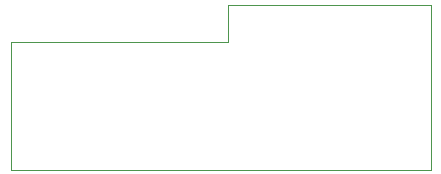
<source format=gbr>
G04 #@! TF.GenerationSoftware,KiCad,Pcbnew,(5.1.5)-3*
G04 #@! TF.CreationDate,2020-03-24T14:08:44+01:00*
G04 #@! TF.ProjectId,RiserBoard,52697365-7242-46f6-9172-642e6b696361,v0.0*
G04 #@! TF.SameCoordinates,Original*
G04 #@! TF.FileFunction,Profile,NP*
%FSLAX46Y46*%
G04 Gerber Fmt 4.6, Leading zero omitted, Abs format (unit mm)*
G04 Created by KiCad (PCBNEW (5.1.5)-3) date 2020-03-24 14:08:44*
%MOMM*%
%LPD*%
G04 APERTURE LIST*
%ADD10C,0.050000*%
G04 APERTURE END LIST*
D10*
X144780000Y-83185000D02*
X161925000Y-83185000D01*
X144780000Y-83185000D02*
X144780000Y-83820000D01*
X161925000Y-97155000D02*
X161925000Y-83185000D01*
X144780000Y-97155000D02*
X161925000Y-97155000D01*
X144780000Y-86360000D02*
X144780000Y-83820000D01*
X129540000Y-86360000D02*
X144780000Y-86360000D01*
X129540000Y-97155000D02*
X144780000Y-97155000D01*
X126365000Y-86360000D02*
X129540000Y-86360000D01*
X126365000Y-97155000D02*
X129540000Y-97155000D01*
X126365000Y-86360000D02*
X126365000Y-97155000D01*
M02*

</source>
